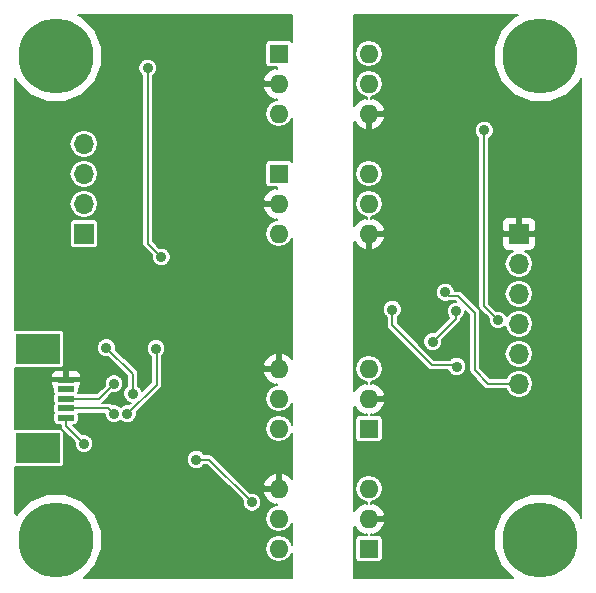
<source format=gbl>
G04 #@! TF.FileFunction,Copper,L2,Bot,Signal*
%FSLAX46Y46*%
G04 Gerber Fmt 4.6, Leading zero omitted, Abs format (unit mm)*
G04 Created by KiCad (PCBNEW (after 2015-mar-04 BZR unknown)-product) date 3/7/2017 4:59:06 PM*
%MOMM*%
G01*
G04 APERTURE LIST*
%ADD10C,0.150000*%
%ADD11C,6.350000*%
%ADD12R,3.799840X2.499360*%
%ADD13R,1.399540X0.500380*%
%ADD14R,1.700000X1.700000*%
%ADD15O,1.700000X1.700000*%
%ADD16R,1.600000X1.600000*%
%ADD17O,1.600000X1.600000*%
%ADD18C,0.889000*%
%ADD19C,0.203200*%
G04 APERTURE END LIST*
D10*
D11*
X4000000Y-4000000D03*
X45000000Y-4000000D03*
X4000000Y-45000000D03*
X45000000Y-45000000D03*
D12*
X2430780Y-28818840D03*
X2430780Y-37221160D03*
D13*
X4831080Y-31419800D03*
X4831080Y-32219900D03*
X4831080Y-34620200D03*
X4831080Y-33820100D03*
X4831080Y-33020000D03*
D14*
X43180000Y-19050000D03*
D15*
X43180000Y-21590000D03*
X43180000Y-24130000D03*
X43180000Y-26670000D03*
X43180000Y-29210000D03*
X43180000Y-31750000D03*
D14*
X6350000Y-19050000D03*
D15*
X6350000Y-16510000D03*
X6350000Y-13970000D03*
X6350000Y-11430000D03*
D16*
X30480000Y-35560000D03*
D17*
X22860000Y-30480000D03*
X30480000Y-33020000D03*
X22860000Y-33020000D03*
X30480000Y-30480000D03*
X22860000Y-35560000D03*
D16*
X22860000Y-3810000D03*
D17*
X30480000Y-8890000D03*
X22860000Y-6350000D03*
X30480000Y-6350000D03*
X22860000Y-8890000D03*
X30480000Y-3810000D03*
D16*
X30480000Y-45720000D03*
D17*
X22860000Y-40640000D03*
X30480000Y-43180000D03*
X22860000Y-43180000D03*
X30480000Y-40640000D03*
X22860000Y-45720000D03*
D16*
X22860000Y-13970000D03*
D17*
X30480000Y-19050000D03*
X22860000Y-16510000D03*
X30480000Y-16510000D03*
X22860000Y-19050000D03*
X30480000Y-13970000D03*
D18*
X6350000Y-36830000D03*
X11747500Y-37020500D03*
X17843500Y-36893500D03*
X14033500Y-40640000D03*
X17653000Y-47053500D03*
X11049000Y-28829000D03*
X2540000Y-31750000D03*
X12446000Y-28765500D03*
X10033000Y-34290000D03*
X8890000Y-34290000D03*
X8890000Y-31750000D03*
X36957000Y-24003000D03*
X10477500Y-32575500D03*
X8255000Y-28702000D03*
X11747500Y-5016500D03*
X12890500Y-21018500D03*
X40259000Y-10287000D03*
X41402000Y-26352500D03*
X15875000Y-38163500D03*
X20574000Y-41783000D03*
X37846000Y-2286000D03*
X37719000Y-12446000D03*
X34290000Y-31496000D03*
X32448500Y-25463500D03*
X37909500Y-30289500D03*
X37846000Y-25590500D03*
X35877500Y-28194000D03*
D19*
X4831080Y-34620200D02*
X4831080Y-35311080D01*
X4831080Y-35311080D02*
X6350000Y-36830000D01*
X2870200Y-31419800D02*
X4831080Y-31419800D01*
X2540000Y-31750000D02*
X2870200Y-31419800D01*
X12509500Y-28829000D02*
X12446000Y-28765500D01*
X12509500Y-31813500D02*
X12509500Y-28829000D01*
X10033000Y-34290000D02*
X12509500Y-31813500D01*
X4831080Y-33820100D02*
X8420100Y-33820100D01*
X8420100Y-33820100D02*
X8890000Y-34290000D01*
X4831080Y-33020000D02*
X7620000Y-33020000D01*
X7620000Y-33020000D02*
X8890000Y-31750000D01*
X40576500Y-31750000D02*
X43180000Y-31750000D01*
X39433500Y-30607000D02*
X40576500Y-31750000D01*
X39433500Y-25717500D02*
X39433500Y-30607000D01*
X38036500Y-24320500D02*
X39433500Y-25717500D01*
X37274500Y-24320500D02*
X38036500Y-24320500D01*
X36957000Y-24003000D02*
X37274500Y-24320500D01*
X10477500Y-30924500D02*
X10477500Y-32575500D01*
X8255000Y-28702000D02*
X10477500Y-30924500D01*
X11747500Y-19875500D02*
X11747500Y-5016500D01*
X12890500Y-21018500D02*
X11747500Y-19875500D01*
X40195500Y-10350500D02*
X40259000Y-10287000D01*
X40195500Y-25146000D02*
X40195500Y-10350500D01*
X41402000Y-26352500D02*
X40195500Y-25146000D01*
X16954500Y-38163500D02*
X15875000Y-38163500D01*
X20574000Y-41783000D02*
X16954500Y-38163500D01*
X32448500Y-26797000D02*
X32448500Y-25463500D01*
X35814000Y-30162500D02*
X32448500Y-26797000D01*
X37782500Y-30162500D02*
X35814000Y-30162500D01*
X37909500Y-30289500D02*
X37782500Y-30162500D01*
X37846000Y-26225500D02*
X37846000Y-25590500D01*
X35877500Y-28194000D02*
X37846000Y-26225500D01*
G36*
X23968400Y-48168400D02*
X21374239Y-48168400D01*
X21374239Y-41624548D01*
X21252687Y-41330372D01*
X21027812Y-41105104D01*
X20733848Y-40983039D01*
X20420343Y-40982765D01*
X17277789Y-37840211D01*
X17129463Y-37741102D01*
X16954500Y-37706300D01*
X16549122Y-37706300D01*
X16328812Y-37485604D01*
X16034848Y-37363539D01*
X15716548Y-37363261D01*
X15422372Y-37484813D01*
X15197104Y-37709688D01*
X15075039Y-38003652D01*
X15074761Y-38321952D01*
X15196313Y-38616128D01*
X15421188Y-38841396D01*
X15715152Y-38963461D01*
X16033452Y-38963739D01*
X16327628Y-38842187D01*
X16549502Y-38620700D01*
X16765122Y-38620700D01*
X19774033Y-41629611D01*
X19773761Y-41941452D01*
X19895313Y-42235628D01*
X20120188Y-42460896D01*
X20414152Y-42582961D01*
X20732452Y-42583239D01*
X21026628Y-42461687D01*
X21251896Y-42236812D01*
X21373961Y-41942848D01*
X21374239Y-41624548D01*
X21374239Y-48168400D01*
X13690739Y-48168400D01*
X13690739Y-20860048D01*
X13569187Y-20565872D01*
X13344312Y-20340604D01*
X13050348Y-20218539D01*
X12736843Y-20218265D01*
X12204700Y-19686122D01*
X12204700Y-5690622D01*
X12425396Y-5470312D01*
X12547461Y-5176348D01*
X12547739Y-4858048D01*
X12426187Y-4563872D01*
X12201312Y-4338604D01*
X11907348Y-4216539D01*
X11589048Y-4216261D01*
X11294872Y-4337813D01*
X11069604Y-4562688D01*
X10947539Y-4856652D01*
X10947261Y-5174952D01*
X11068813Y-5469128D01*
X11290300Y-5691002D01*
X11290300Y-19875500D01*
X11325102Y-20050463D01*
X11424211Y-20198789D01*
X12090533Y-20865111D01*
X12090261Y-21176952D01*
X12211813Y-21471128D01*
X12436688Y-21696396D01*
X12730652Y-21818461D01*
X13048952Y-21818739D01*
X13343128Y-21697187D01*
X13568396Y-21472312D01*
X13690461Y-21178348D01*
X13690739Y-20860048D01*
X13690739Y-48168400D01*
X13246239Y-48168400D01*
X13246239Y-28607048D01*
X13124687Y-28312872D01*
X12899812Y-28087604D01*
X12605848Y-27965539D01*
X12287548Y-27965261D01*
X11993372Y-28086813D01*
X11768104Y-28311688D01*
X11646039Y-28605652D01*
X11645761Y-28923952D01*
X11767313Y-29218128D01*
X11992188Y-29443396D01*
X12052300Y-29468356D01*
X12052300Y-31624122D01*
X11272369Y-32404052D01*
X11156187Y-32122872D01*
X10934700Y-31900997D01*
X10934700Y-30924500D01*
X10899898Y-30749537D01*
X10800789Y-30601211D01*
X9054966Y-28855388D01*
X9055239Y-28543548D01*
X8933687Y-28249372D01*
X8708812Y-28024104D01*
X8414848Y-27902039D01*
X8096548Y-27901761D01*
X7802372Y-28023313D01*
X7579219Y-28246076D01*
X7579219Y-16510000D01*
X7579219Y-13970000D01*
X7579219Y-11430000D01*
X7487448Y-10968637D01*
X7226107Y-10577512D01*
X6834982Y-10316171D01*
X6373619Y-10224400D01*
X6326381Y-10224400D01*
X5865018Y-10316171D01*
X5473893Y-10577512D01*
X5212552Y-10968637D01*
X5120781Y-11430000D01*
X5212552Y-11891363D01*
X5473893Y-12282488D01*
X5865018Y-12543829D01*
X6326381Y-12635600D01*
X6373619Y-12635600D01*
X6834982Y-12543829D01*
X7226107Y-12282488D01*
X7487448Y-11891363D01*
X7579219Y-11430000D01*
X7579219Y-13970000D01*
X7487448Y-13508637D01*
X7226107Y-13117512D01*
X6834982Y-12856171D01*
X6373619Y-12764400D01*
X6326381Y-12764400D01*
X5865018Y-12856171D01*
X5473893Y-13117512D01*
X5212552Y-13508637D01*
X5120781Y-13970000D01*
X5212552Y-14431363D01*
X5473893Y-14822488D01*
X5865018Y-15083829D01*
X6326381Y-15175600D01*
X6373619Y-15175600D01*
X6834982Y-15083829D01*
X7226107Y-14822488D01*
X7487448Y-14431363D01*
X7579219Y-13970000D01*
X7579219Y-16510000D01*
X7487448Y-16048637D01*
X7226107Y-15657512D01*
X6834982Y-15396171D01*
X6373619Y-15304400D01*
X6326381Y-15304400D01*
X5865018Y-15396171D01*
X5473893Y-15657512D01*
X5212552Y-16048637D01*
X5120781Y-16510000D01*
X5212552Y-16971363D01*
X5473893Y-17362488D01*
X5865018Y-17623829D01*
X6326381Y-17715600D01*
X6373619Y-17715600D01*
X6834982Y-17623829D01*
X7226107Y-17362488D01*
X7487448Y-16971363D01*
X7579219Y-16510000D01*
X7579219Y-28246076D01*
X7577104Y-28248188D01*
X7562567Y-28283196D01*
X7562567Y-19900000D01*
X7562567Y-18200000D01*
X7536259Y-18064411D01*
X7457977Y-17945241D01*
X7339799Y-17865469D01*
X7200000Y-17837433D01*
X5500000Y-17837433D01*
X5364411Y-17863741D01*
X5245241Y-17942023D01*
X5165469Y-18060201D01*
X5137433Y-18200000D01*
X5137433Y-19900000D01*
X5163741Y-20035589D01*
X5242023Y-20154759D01*
X5360201Y-20234531D01*
X5500000Y-20262567D01*
X7200000Y-20262567D01*
X7335589Y-20236259D01*
X7454759Y-20157977D01*
X7534531Y-20039799D01*
X7562567Y-19900000D01*
X7562567Y-28283196D01*
X7455039Y-28542152D01*
X7454761Y-28860452D01*
X7576313Y-29154628D01*
X7801188Y-29379896D01*
X8095152Y-29501961D01*
X8408656Y-29502234D01*
X10020300Y-31113878D01*
X10020300Y-31901377D01*
X9799604Y-32121688D01*
X9677539Y-32415652D01*
X9677261Y-32733952D01*
X9798813Y-33028128D01*
X10023688Y-33253396D01*
X10305858Y-33370563D01*
X10186388Y-33490033D01*
X9874548Y-33489761D01*
X9580372Y-33611313D01*
X9461489Y-33729987D01*
X9343812Y-33612104D01*
X9049848Y-33490039D01*
X8732839Y-33489762D01*
X8595063Y-33397702D01*
X8420100Y-33362900D01*
X7913939Y-33362900D01*
X7943289Y-33343289D01*
X8736611Y-32549966D01*
X9048452Y-32550239D01*
X9342628Y-32428687D01*
X9567896Y-32203812D01*
X9689961Y-31909848D01*
X9690239Y-31591548D01*
X9568687Y-31297372D01*
X9343812Y-31072104D01*
X9049848Y-30950039D01*
X8731548Y-30949761D01*
X8437372Y-31071313D01*
X8212104Y-31296188D01*
X8090039Y-31590152D01*
X8089765Y-31903656D01*
X7430622Y-32562800D01*
X5874824Y-32562800D01*
X5893417Y-32470090D01*
X5893417Y-32169528D01*
X6047644Y-32015301D01*
X6140450Y-31791247D01*
X6140450Y-31697295D01*
X6140450Y-31142305D01*
X6140450Y-31048353D01*
X6047644Y-30824299D01*
X5876161Y-30652816D01*
X5652107Y-30560010D01*
X5409593Y-30560010D01*
X5135880Y-30560010D01*
X4983480Y-30712410D01*
X4983480Y-31294705D01*
X5988050Y-31294705D01*
X6140450Y-31142305D01*
X6140450Y-31697295D01*
X5988050Y-31544895D01*
X4983480Y-31544895D01*
X4983480Y-31592200D01*
X4678680Y-31592200D01*
X4678680Y-31544895D01*
X4678680Y-31294705D01*
X4678680Y-30712410D01*
X4526280Y-30560010D01*
X4252567Y-30560010D01*
X4010053Y-30560010D01*
X3785999Y-30652816D01*
X3614516Y-30824299D01*
X3521710Y-31048353D01*
X3521710Y-31142305D01*
X3674110Y-31294705D01*
X4678680Y-31294705D01*
X4678680Y-31544895D01*
X3674110Y-31544895D01*
X3521710Y-31697295D01*
X3521710Y-31791247D01*
X3614516Y-32015301D01*
X3768743Y-32169528D01*
X3768743Y-32470090D01*
X3795051Y-32605679D01*
X3804003Y-32619307D01*
X3796779Y-32630011D01*
X3768743Y-32769810D01*
X3768743Y-33270190D01*
X3795051Y-33405779D01*
X3804003Y-33419407D01*
X3796779Y-33430111D01*
X3768743Y-33569910D01*
X3768743Y-34070290D01*
X3795051Y-34205879D01*
X3804003Y-34219507D01*
X3796779Y-34230211D01*
X3768743Y-34370010D01*
X3768743Y-34870390D01*
X3795051Y-35005979D01*
X3873333Y-35125149D01*
X3991511Y-35204921D01*
X4131310Y-35232957D01*
X4373880Y-35232957D01*
X4373880Y-35311080D01*
X4408682Y-35486043D01*
X4507791Y-35634369D01*
X5550033Y-36676611D01*
X5549761Y-36988452D01*
X5671313Y-37282628D01*
X5896188Y-37507896D01*
X6190152Y-37629961D01*
X6508452Y-37630239D01*
X6802628Y-37508687D01*
X7027896Y-37283812D01*
X7149961Y-36989848D01*
X7150239Y-36671548D01*
X7028687Y-36377372D01*
X6803812Y-36152104D01*
X6509848Y-36030039D01*
X6196343Y-36029765D01*
X5399535Y-35232957D01*
X5530850Y-35232957D01*
X5666439Y-35206649D01*
X5785609Y-35128367D01*
X5865381Y-35010189D01*
X5893417Y-34870390D01*
X5893417Y-34370010D01*
X5875428Y-34277300D01*
X8089910Y-34277300D01*
X8089761Y-34448452D01*
X8211313Y-34742628D01*
X8436188Y-34967896D01*
X8730152Y-35089961D01*
X9048452Y-35090239D01*
X9342628Y-34968687D01*
X9461510Y-34850012D01*
X9579188Y-34967896D01*
X9873152Y-35089961D01*
X10191452Y-35090239D01*
X10485628Y-34968687D01*
X10710896Y-34743812D01*
X10832961Y-34449848D01*
X10833234Y-34136343D01*
X12832789Y-32136789D01*
X12931898Y-31988463D01*
X12966700Y-31813500D01*
X12966700Y-29376233D01*
X13123896Y-29219312D01*
X13245961Y-28925348D01*
X13246239Y-28607048D01*
X13246239Y-48168400D01*
X6362737Y-48168400D01*
X7314160Y-47218637D01*
X7910920Y-45781479D01*
X7912278Y-44225348D01*
X7318027Y-42787151D01*
X6218637Y-41685840D01*
X4781479Y-41089080D01*
X3225348Y-41087722D01*
X1787151Y-41681973D01*
X685840Y-42781363D01*
X640629Y-42890241D01*
X546100Y-42732691D01*
X546100Y-38833407D01*
X4330700Y-38833407D01*
X4466289Y-38807099D01*
X4585459Y-38728817D01*
X4665231Y-38610639D01*
X4693267Y-38470840D01*
X4693267Y-35971480D01*
X4666959Y-35835891D01*
X4588677Y-35716721D01*
X4470499Y-35636949D01*
X4330700Y-35608913D01*
X546100Y-35608913D01*
X546100Y-30431087D01*
X4330700Y-30431087D01*
X4466289Y-30404779D01*
X4585459Y-30326497D01*
X4665231Y-30208319D01*
X4693267Y-30068520D01*
X4693267Y-27569160D01*
X4666959Y-27433571D01*
X4588677Y-27314401D01*
X4470499Y-27234629D01*
X4330700Y-27206593D01*
X546100Y-27206593D01*
X546100Y-5884011D01*
X681973Y-6212849D01*
X1781363Y-7314160D01*
X3218521Y-7910920D01*
X4774652Y-7912278D01*
X6212849Y-7318027D01*
X7314160Y-6218637D01*
X7910920Y-4781479D01*
X7912278Y-3225348D01*
X7318027Y-1787151D01*
X6218637Y-685840D01*
X5882105Y-546100D01*
X23968400Y-546100D01*
X23968400Y-2832000D01*
X23917977Y-2755241D01*
X23799799Y-2675469D01*
X23660000Y-2647433D01*
X22060000Y-2647433D01*
X21924411Y-2673741D01*
X21805241Y-2752023D01*
X21725469Y-2870201D01*
X21697433Y-3010000D01*
X21697433Y-4610000D01*
X21723741Y-4745589D01*
X21802023Y-4864759D01*
X21920201Y-4944531D01*
X22060000Y-4972567D01*
X22707598Y-4972567D01*
X22707598Y-5101048D01*
X22490257Y-4989744D01*
X21997855Y-5234782D01*
X21636706Y-5649602D01*
X21499756Y-5980259D01*
X21612071Y-6197600D01*
X22707600Y-6197600D01*
X22707600Y-6177600D01*
X23012400Y-6177600D01*
X23012400Y-6197600D01*
X23032400Y-6197600D01*
X23032400Y-6502400D01*
X23012400Y-6502400D01*
X23012400Y-6522400D01*
X22707600Y-6522400D01*
X22707600Y-6502400D01*
X21612071Y-6502400D01*
X21499756Y-6719741D01*
X21636706Y-7050398D01*
X21997855Y-7465218D01*
X22490257Y-7710256D01*
X22707598Y-7598951D01*
X22707598Y-7759600D01*
X22707600Y-7759600D01*
X22710666Y-7759600D01*
X22707600Y-7760210D01*
X22395131Y-7822365D01*
X22020227Y-8072867D01*
X21769725Y-8447771D01*
X21681760Y-8890000D01*
X21769725Y-9332229D01*
X22020227Y-9707133D01*
X22395131Y-9957635D01*
X22837360Y-10045600D01*
X22882640Y-10045600D01*
X23324869Y-9957635D01*
X23699773Y-9707133D01*
X23950275Y-9332229D01*
X23968400Y-9241108D01*
X23968400Y-12992000D01*
X23917977Y-12915241D01*
X23799799Y-12835469D01*
X23660000Y-12807433D01*
X22060000Y-12807433D01*
X21924411Y-12833741D01*
X21805241Y-12912023D01*
X21725469Y-13030201D01*
X21697433Y-13170000D01*
X21697433Y-14770000D01*
X21723741Y-14905589D01*
X21802023Y-15024759D01*
X21920201Y-15104531D01*
X22060000Y-15132567D01*
X22707598Y-15132567D01*
X22707598Y-15261048D01*
X22490257Y-15149744D01*
X21997855Y-15394782D01*
X21636706Y-15809602D01*
X21499756Y-16140259D01*
X21612071Y-16357600D01*
X22707600Y-16357600D01*
X22707600Y-16337600D01*
X23012400Y-16337600D01*
X23012400Y-16357600D01*
X23032400Y-16357600D01*
X23032400Y-16662400D01*
X23012400Y-16662400D01*
X23012400Y-16682400D01*
X22707600Y-16682400D01*
X22707600Y-16662400D01*
X21612071Y-16662400D01*
X21499756Y-16879741D01*
X21636706Y-17210398D01*
X21997855Y-17625218D01*
X22490257Y-17870256D01*
X22707598Y-17758951D01*
X22707598Y-17919600D01*
X22707600Y-17919600D01*
X22710666Y-17919600D01*
X22707600Y-17920210D01*
X22395131Y-17982365D01*
X22020227Y-18232867D01*
X21769725Y-18607771D01*
X21681760Y-19050000D01*
X21769725Y-19492229D01*
X22020227Y-19867133D01*
X22395131Y-20117635D01*
X22837360Y-20205600D01*
X22882640Y-20205600D01*
X23324869Y-20117635D01*
X23699773Y-19867133D01*
X23950275Y-19492229D01*
X23968400Y-19401108D01*
X23968400Y-29647633D01*
X23722145Y-29364782D01*
X23229743Y-29119744D01*
X23012400Y-29231050D01*
X23012400Y-30327600D01*
X23032400Y-30327600D01*
X23032400Y-30632400D01*
X23012400Y-30632400D01*
X23012400Y-30652400D01*
X22707600Y-30652400D01*
X22707600Y-30632400D01*
X22707600Y-30327600D01*
X22707600Y-29231050D01*
X22490257Y-29119744D01*
X21997855Y-29364782D01*
X21636706Y-29779602D01*
X21499756Y-30110259D01*
X21612071Y-30327600D01*
X22707600Y-30327600D01*
X22707600Y-30632400D01*
X21612071Y-30632400D01*
X21499756Y-30849741D01*
X21636706Y-31180398D01*
X21997855Y-31595218D01*
X22490257Y-31840256D01*
X22707598Y-31728951D01*
X22707598Y-31889600D01*
X22707600Y-31889600D01*
X22710666Y-31889600D01*
X22707600Y-31890210D01*
X22395131Y-31952365D01*
X22020227Y-32202867D01*
X21769725Y-32577771D01*
X21681760Y-33020000D01*
X21769725Y-33462229D01*
X22020227Y-33837133D01*
X22395131Y-34087635D01*
X22837360Y-34175600D01*
X22882640Y-34175600D01*
X23324869Y-34087635D01*
X23699773Y-33837133D01*
X23950275Y-33462229D01*
X23968400Y-33371108D01*
X23968400Y-35208891D01*
X23950275Y-35117771D01*
X23699773Y-34742867D01*
X23324869Y-34492365D01*
X22882640Y-34404400D01*
X22837360Y-34404400D01*
X22395131Y-34492365D01*
X22020227Y-34742867D01*
X21769725Y-35117771D01*
X21681760Y-35560000D01*
X21769725Y-36002229D01*
X22020227Y-36377133D01*
X22395131Y-36627635D01*
X22837360Y-36715600D01*
X22882640Y-36715600D01*
X23324869Y-36627635D01*
X23699773Y-36377133D01*
X23950275Y-36002229D01*
X23968400Y-35911108D01*
X23968400Y-39807633D01*
X23722145Y-39524782D01*
X23229743Y-39279744D01*
X23012400Y-39391050D01*
X23012400Y-40487600D01*
X23032400Y-40487600D01*
X23032400Y-40792400D01*
X23012400Y-40792400D01*
X23012400Y-40812400D01*
X22707600Y-40812400D01*
X22707600Y-40792400D01*
X22707600Y-40487600D01*
X22707600Y-39391050D01*
X22490257Y-39279744D01*
X21997855Y-39524782D01*
X21636706Y-39939602D01*
X21499756Y-40270259D01*
X21612071Y-40487600D01*
X22707600Y-40487600D01*
X22707600Y-40792400D01*
X21612071Y-40792400D01*
X21499756Y-41009741D01*
X21636706Y-41340398D01*
X21997855Y-41755218D01*
X22490257Y-42000256D01*
X22707598Y-41888951D01*
X22707598Y-42049600D01*
X22707600Y-42049600D01*
X22710666Y-42049600D01*
X22707600Y-42050210D01*
X22395131Y-42112365D01*
X22020227Y-42362867D01*
X21769725Y-42737771D01*
X21681760Y-43180000D01*
X21769725Y-43622229D01*
X22020227Y-43997133D01*
X22395131Y-44247635D01*
X22837360Y-44335600D01*
X22882640Y-44335600D01*
X23324869Y-44247635D01*
X23699773Y-43997133D01*
X23950275Y-43622229D01*
X23968400Y-43531108D01*
X23968400Y-45368891D01*
X23950275Y-45277771D01*
X23699773Y-44902867D01*
X23324869Y-44652365D01*
X22882640Y-44564400D01*
X22837360Y-44564400D01*
X22395131Y-44652365D01*
X22020227Y-44902867D01*
X21769725Y-45277771D01*
X21681760Y-45720000D01*
X21769725Y-46162229D01*
X22020227Y-46537133D01*
X22395131Y-46787635D01*
X22837360Y-46875600D01*
X22882640Y-46875600D01*
X23324869Y-46787635D01*
X23699773Y-46537133D01*
X23950275Y-46162229D01*
X23968400Y-46071108D01*
X23968400Y-48168400D01*
X23968400Y-48168400D01*
G37*
X23968400Y-48168400D02*
X21374239Y-48168400D01*
X21374239Y-41624548D01*
X21252687Y-41330372D01*
X21027812Y-41105104D01*
X20733848Y-40983039D01*
X20420343Y-40982765D01*
X17277789Y-37840211D01*
X17129463Y-37741102D01*
X16954500Y-37706300D01*
X16549122Y-37706300D01*
X16328812Y-37485604D01*
X16034848Y-37363539D01*
X15716548Y-37363261D01*
X15422372Y-37484813D01*
X15197104Y-37709688D01*
X15075039Y-38003652D01*
X15074761Y-38321952D01*
X15196313Y-38616128D01*
X15421188Y-38841396D01*
X15715152Y-38963461D01*
X16033452Y-38963739D01*
X16327628Y-38842187D01*
X16549502Y-38620700D01*
X16765122Y-38620700D01*
X19774033Y-41629611D01*
X19773761Y-41941452D01*
X19895313Y-42235628D01*
X20120188Y-42460896D01*
X20414152Y-42582961D01*
X20732452Y-42583239D01*
X21026628Y-42461687D01*
X21251896Y-42236812D01*
X21373961Y-41942848D01*
X21374239Y-41624548D01*
X21374239Y-48168400D01*
X13690739Y-48168400D01*
X13690739Y-20860048D01*
X13569187Y-20565872D01*
X13344312Y-20340604D01*
X13050348Y-20218539D01*
X12736843Y-20218265D01*
X12204700Y-19686122D01*
X12204700Y-5690622D01*
X12425396Y-5470312D01*
X12547461Y-5176348D01*
X12547739Y-4858048D01*
X12426187Y-4563872D01*
X12201312Y-4338604D01*
X11907348Y-4216539D01*
X11589048Y-4216261D01*
X11294872Y-4337813D01*
X11069604Y-4562688D01*
X10947539Y-4856652D01*
X10947261Y-5174952D01*
X11068813Y-5469128D01*
X11290300Y-5691002D01*
X11290300Y-19875500D01*
X11325102Y-20050463D01*
X11424211Y-20198789D01*
X12090533Y-20865111D01*
X12090261Y-21176952D01*
X12211813Y-21471128D01*
X12436688Y-21696396D01*
X12730652Y-21818461D01*
X13048952Y-21818739D01*
X13343128Y-21697187D01*
X13568396Y-21472312D01*
X13690461Y-21178348D01*
X13690739Y-20860048D01*
X13690739Y-48168400D01*
X13246239Y-48168400D01*
X13246239Y-28607048D01*
X13124687Y-28312872D01*
X12899812Y-28087604D01*
X12605848Y-27965539D01*
X12287548Y-27965261D01*
X11993372Y-28086813D01*
X11768104Y-28311688D01*
X11646039Y-28605652D01*
X11645761Y-28923952D01*
X11767313Y-29218128D01*
X11992188Y-29443396D01*
X12052300Y-29468356D01*
X12052300Y-31624122D01*
X11272369Y-32404052D01*
X11156187Y-32122872D01*
X10934700Y-31900997D01*
X10934700Y-30924500D01*
X10899898Y-30749537D01*
X10800789Y-30601211D01*
X9054966Y-28855388D01*
X9055239Y-28543548D01*
X8933687Y-28249372D01*
X8708812Y-28024104D01*
X8414848Y-27902039D01*
X8096548Y-27901761D01*
X7802372Y-28023313D01*
X7579219Y-28246076D01*
X7579219Y-16510000D01*
X7579219Y-13970000D01*
X7579219Y-11430000D01*
X7487448Y-10968637D01*
X7226107Y-10577512D01*
X6834982Y-10316171D01*
X6373619Y-10224400D01*
X6326381Y-10224400D01*
X5865018Y-10316171D01*
X5473893Y-10577512D01*
X5212552Y-10968637D01*
X5120781Y-11430000D01*
X5212552Y-11891363D01*
X5473893Y-12282488D01*
X5865018Y-12543829D01*
X6326381Y-12635600D01*
X6373619Y-12635600D01*
X6834982Y-12543829D01*
X7226107Y-12282488D01*
X7487448Y-11891363D01*
X7579219Y-11430000D01*
X7579219Y-13970000D01*
X7487448Y-13508637D01*
X7226107Y-13117512D01*
X6834982Y-12856171D01*
X6373619Y-12764400D01*
X6326381Y-12764400D01*
X5865018Y-12856171D01*
X5473893Y-13117512D01*
X5212552Y-13508637D01*
X5120781Y-13970000D01*
X5212552Y-14431363D01*
X5473893Y-14822488D01*
X5865018Y-15083829D01*
X6326381Y-15175600D01*
X6373619Y-15175600D01*
X6834982Y-15083829D01*
X7226107Y-14822488D01*
X7487448Y-14431363D01*
X7579219Y-13970000D01*
X7579219Y-16510000D01*
X7487448Y-16048637D01*
X7226107Y-15657512D01*
X6834982Y-15396171D01*
X6373619Y-15304400D01*
X6326381Y-15304400D01*
X5865018Y-15396171D01*
X5473893Y-15657512D01*
X5212552Y-16048637D01*
X5120781Y-16510000D01*
X5212552Y-16971363D01*
X5473893Y-17362488D01*
X5865018Y-17623829D01*
X6326381Y-17715600D01*
X6373619Y-17715600D01*
X6834982Y-17623829D01*
X7226107Y-17362488D01*
X7487448Y-16971363D01*
X7579219Y-16510000D01*
X7579219Y-28246076D01*
X7577104Y-28248188D01*
X7562567Y-28283196D01*
X7562567Y-19900000D01*
X7562567Y-18200000D01*
X7536259Y-18064411D01*
X7457977Y-17945241D01*
X7339799Y-17865469D01*
X7200000Y-17837433D01*
X5500000Y-17837433D01*
X5364411Y-17863741D01*
X5245241Y-17942023D01*
X5165469Y-18060201D01*
X5137433Y-18200000D01*
X5137433Y-19900000D01*
X5163741Y-20035589D01*
X5242023Y-20154759D01*
X5360201Y-20234531D01*
X5500000Y-20262567D01*
X7200000Y-20262567D01*
X7335589Y-20236259D01*
X7454759Y-20157977D01*
X7534531Y-20039799D01*
X7562567Y-19900000D01*
X7562567Y-28283196D01*
X7455039Y-28542152D01*
X7454761Y-28860452D01*
X7576313Y-29154628D01*
X7801188Y-29379896D01*
X8095152Y-29501961D01*
X8408656Y-29502234D01*
X10020300Y-31113878D01*
X10020300Y-31901377D01*
X9799604Y-32121688D01*
X9677539Y-32415652D01*
X9677261Y-32733952D01*
X9798813Y-33028128D01*
X10023688Y-33253396D01*
X10305858Y-33370563D01*
X10186388Y-33490033D01*
X9874548Y-33489761D01*
X9580372Y-33611313D01*
X9461489Y-33729987D01*
X9343812Y-33612104D01*
X9049848Y-33490039D01*
X8732839Y-33489762D01*
X8595063Y-33397702D01*
X8420100Y-33362900D01*
X7913939Y-33362900D01*
X7943289Y-33343289D01*
X8736611Y-32549966D01*
X9048452Y-32550239D01*
X9342628Y-32428687D01*
X9567896Y-32203812D01*
X9689961Y-31909848D01*
X9690239Y-31591548D01*
X9568687Y-31297372D01*
X9343812Y-31072104D01*
X9049848Y-30950039D01*
X8731548Y-30949761D01*
X8437372Y-31071313D01*
X8212104Y-31296188D01*
X8090039Y-31590152D01*
X8089765Y-31903656D01*
X7430622Y-32562800D01*
X5874824Y-32562800D01*
X5893417Y-32470090D01*
X5893417Y-32169528D01*
X6047644Y-32015301D01*
X6140450Y-31791247D01*
X6140450Y-31697295D01*
X6140450Y-31142305D01*
X6140450Y-31048353D01*
X6047644Y-30824299D01*
X5876161Y-30652816D01*
X5652107Y-30560010D01*
X5409593Y-30560010D01*
X5135880Y-30560010D01*
X4983480Y-30712410D01*
X4983480Y-31294705D01*
X5988050Y-31294705D01*
X6140450Y-31142305D01*
X6140450Y-31697295D01*
X5988050Y-31544895D01*
X4983480Y-31544895D01*
X4983480Y-31592200D01*
X4678680Y-31592200D01*
X4678680Y-31544895D01*
X4678680Y-31294705D01*
X4678680Y-30712410D01*
X4526280Y-30560010D01*
X4252567Y-30560010D01*
X4010053Y-30560010D01*
X3785999Y-30652816D01*
X3614516Y-30824299D01*
X3521710Y-31048353D01*
X3521710Y-31142305D01*
X3674110Y-31294705D01*
X4678680Y-31294705D01*
X4678680Y-31544895D01*
X3674110Y-31544895D01*
X3521710Y-31697295D01*
X3521710Y-31791247D01*
X3614516Y-32015301D01*
X3768743Y-32169528D01*
X3768743Y-32470090D01*
X3795051Y-32605679D01*
X3804003Y-32619307D01*
X3796779Y-32630011D01*
X3768743Y-32769810D01*
X3768743Y-33270190D01*
X3795051Y-33405779D01*
X3804003Y-33419407D01*
X3796779Y-33430111D01*
X3768743Y-33569910D01*
X3768743Y-34070290D01*
X3795051Y-34205879D01*
X3804003Y-34219507D01*
X3796779Y-34230211D01*
X3768743Y-34370010D01*
X3768743Y-34870390D01*
X3795051Y-35005979D01*
X3873333Y-35125149D01*
X3991511Y-35204921D01*
X4131310Y-35232957D01*
X4373880Y-35232957D01*
X4373880Y-35311080D01*
X4408682Y-35486043D01*
X4507791Y-35634369D01*
X5550033Y-36676611D01*
X5549761Y-36988452D01*
X5671313Y-37282628D01*
X5896188Y-37507896D01*
X6190152Y-37629961D01*
X6508452Y-37630239D01*
X6802628Y-37508687D01*
X7027896Y-37283812D01*
X7149961Y-36989848D01*
X7150239Y-36671548D01*
X7028687Y-36377372D01*
X6803812Y-36152104D01*
X6509848Y-36030039D01*
X6196343Y-36029765D01*
X5399535Y-35232957D01*
X5530850Y-35232957D01*
X5666439Y-35206649D01*
X5785609Y-35128367D01*
X5865381Y-35010189D01*
X5893417Y-34870390D01*
X5893417Y-34370010D01*
X5875428Y-34277300D01*
X8089910Y-34277300D01*
X8089761Y-34448452D01*
X8211313Y-34742628D01*
X8436188Y-34967896D01*
X8730152Y-35089961D01*
X9048452Y-35090239D01*
X9342628Y-34968687D01*
X9461510Y-34850012D01*
X9579188Y-34967896D01*
X9873152Y-35089961D01*
X10191452Y-35090239D01*
X10485628Y-34968687D01*
X10710896Y-34743812D01*
X10832961Y-34449848D01*
X10833234Y-34136343D01*
X12832789Y-32136789D01*
X12931898Y-31988463D01*
X12966700Y-31813500D01*
X12966700Y-29376233D01*
X13123896Y-29219312D01*
X13245961Y-28925348D01*
X13246239Y-28607048D01*
X13246239Y-48168400D01*
X6362737Y-48168400D01*
X7314160Y-47218637D01*
X7910920Y-45781479D01*
X7912278Y-44225348D01*
X7318027Y-42787151D01*
X6218637Y-41685840D01*
X4781479Y-41089080D01*
X3225348Y-41087722D01*
X1787151Y-41681973D01*
X685840Y-42781363D01*
X640629Y-42890241D01*
X546100Y-42732691D01*
X546100Y-38833407D01*
X4330700Y-38833407D01*
X4466289Y-38807099D01*
X4585459Y-38728817D01*
X4665231Y-38610639D01*
X4693267Y-38470840D01*
X4693267Y-35971480D01*
X4666959Y-35835891D01*
X4588677Y-35716721D01*
X4470499Y-35636949D01*
X4330700Y-35608913D01*
X546100Y-35608913D01*
X546100Y-30431087D01*
X4330700Y-30431087D01*
X4466289Y-30404779D01*
X4585459Y-30326497D01*
X4665231Y-30208319D01*
X4693267Y-30068520D01*
X4693267Y-27569160D01*
X4666959Y-27433571D01*
X4588677Y-27314401D01*
X4470499Y-27234629D01*
X4330700Y-27206593D01*
X546100Y-27206593D01*
X546100Y-5884011D01*
X681973Y-6212849D01*
X1781363Y-7314160D01*
X3218521Y-7910920D01*
X4774652Y-7912278D01*
X6212849Y-7318027D01*
X7314160Y-6218637D01*
X7910920Y-4781479D01*
X7912278Y-3225348D01*
X7318027Y-1787151D01*
X6218637Y-685840D01*
X5882105Y-546100D01*
X23968400Y-546100D01*
X23968400Y-2832000D01*
X23917977Y-2755241D01*
X23799799Y-2675469D01*
X23660000Y-2647433D01*
X22060000Y-2647433D01*
X21924411Y-2673741D01*
X21805241Y-2752023D01*
X21725469Y-2870201D01*
X21697433Y-3010000D01*
X21697433Y-4610000D01*
X21723741Y-4745589D01*
X21802023Y-4864759D01*
X21920201Y-4944531D01*
X22060000Y-4972567D01*
X22707598Y-4972567D01*
X22707598Y-5101048D01*
X22490257Y-4989744D01*
X21997855Y-5234782D01*
X21636706Y-5649602D01*
X21499756Y-5980259D01*
X21612071Y-6197600D01*
X22707600Y-6197600D01*
X22707600Y-6177600D01*
X23012400Y-6177600D01*
X23012400Y-6197600D01*
X23032400Y-6197600D01*
X23032400Y-6502400D01*
X23012400Y-6502400D01*
X23012400Y-6522400D01*
X22707600Y-6522400D01*
X22707600Y-6502400D01*
X21612071Y-6502400D01*
X21499756Y-6719741D01*
X21636706Y-7050398D01*
X21997855Y-7465218D01*
X22490257Y-7710256D01*
X22707598Y-7598951D01*
X22707598Y-7759600D01*
X22707600Y-7759600D01*
X22710666Y-7759600D01*
X22707600Y-7760210D01*
X22395131Y-7822365D01*
X22020227Y-8072867D01*
X21769725Y-8447771D01*
X21681760Y-8890000D01*
X21769725Y-9332229D01*
X22020227Y-9707133D01*
X22395131Y-9957635D01*
X22837360Y-10045600D01*
X22882640Y-10045600D01*
X23324869Y-9957635D01*
X23699773Y-9707133D01*
X23950275Y-9332229D01*
X23968400Y-9241108D01*
X23968400Y-12992000D01*
X23917977Y-12915241D01*
X23799799Y-12835469D01*
X23660000Y-12807433D01*
X22060000Y-12807433D01*
X21924411Y-12833741D01*
X21805241Y-12912023D01*
X21725469Y-13030201D01*
X21697433Y-13170000D01*
X21697433Y-14770000D01*
X21723741Y-14905589D01*
X21802023Y-15024759D01*
X21920201Y-15104531D01*
X22060000Y-15132567D01*
X22707598Y-15132567D01*
X22707598Y-15261048D01*
X22490257Y-15149744D01*
X21997855Y-15394782D01*
X21636706Y-15809602D01*
X21499756Y-16140259D01*
X21612071Y-16357600D01*
X22707600Y-16357600D01*
X22707600Y-16337600D01*
X23012400Y-16337600D01*
X23012400Y-16357600D01*
X23032400Y-16357600D01*
X23032400Y-16662400D01*
X23012400Y-16662400D01*
X23012400Y-16682400D01*
X22707600Y-16682400D01*
X22707600Y-16662400D01*
X21612071Y-16662400D01*
X21499756Y-16879741D01*
X21636706Y-17210398D01*
X21997855Y-17625218D01*
X22490257Y-17870256D01*
X22707598Y-17758951D01*
X22707598Y-17919600D01*
X22707600Y-17919600D01*
X22710666Y-17919600D01*
X22707600Y-17920210D01*
X22395131Y-17982365D01*
X22020227Y-18232867D01*
X21769725Y-18607771D01*
X21681760Y-19050000D01*
X21769725Y-19492229D01*
X22020227Y-19867133D01*
X22395131Y-20117635D01*
X22837360Y-20205600D01*
X22882640Y-20205600D01*
X23324869Y-20117635D01*
X23699773Y-19867133D01*
X23950275Y-19492229D01*
X23968400Y-19401108D01*
X23968400Y-29647633D01*
X23722145Y-29364782D01*
X23229743Y-29119744D01*
X23012400Y-29231050D01*
X23012400Y-30327600D01*
X23032400Y-30327600D01*
X23032400Y-30632400D01*
X23012400Y-30632400D01*
X23012400Y-30652400D01*
X22707600Y-30652400D01*
X22707600Y-30632400D01*
X22707600Y-30327600D01*
X22707600Y-29231050D01*
X22490257Y-29119744D01*
X21997855Y-29364782D01*
X21636706Y-29779602D01*
X21499756Y-30110259D01*
X21612071Y-30327600D01*
X22707600Y-30327600D01*
X22707600Y-30632400D01*
X21612071Y-30632400D01*
X21499756Y-30849741D01*
X21636706Y-31180398D01*
X21997855Y-31595218D01*
X22490257Y-31840256D01*
X22707598Y-31728951D01*
X22707598Y-31889600D01*
X22707600Y-31889600D01*
X22710666Y-31889600D01*
X22707600Y-31890210D01*
X22395131Y-31952365D01*
X22020227Y-32202867D01*
X21769725Y-32577771D01*
X21681760Y-33020000D01*
X21769725Y-33462229D01*
X22020227Y-33837133D01*
X22395131Y-34087635D01*
X22837360Y-34175600D01*
X22882640Y-34175600D01*
X23324869Y-34087635D01*
X23699773Y-33837133D01*
X23950275Y-33462229D01*
X23968400Y-33371108D01*
X23968400Y-35208891D01*
X23950275Y-35117771D01*
X23699773Y-34742867D01*
X23324869Y-34492365D01*
X22882640Y-34404400D01*
X22837360Y-34404400D01*
X22395131Y-34492365D01*
X22020227Y-34742867D01*
X21769725Y-35117771D01*
X21681760Y-35560000D01*
X21769725Y-36002229D01*
X22020227Y-36377133D01*
X22395131Y-36627635D01*
X22837360Y-36715600D01*
X22882640Y-36715600D01*
X23324869Y-36627635D01*
X23699773Y-36377133D01*
X23950275Y-36002229D01*
X23968400Y-35911108D01*
X23968400Y-39807633D01*
X23722145Y-39524782D01*
X23229743Y-39279744D01*
X23012400Y-39391050D01*
X23012400Y-40487600D01*
X23032400Y-40487600D01*
X23032400Y-40792400D01*
X23012400Y-40792400D01*
X23012400Y-40812400D01*
X22707600Y-40812400D01*
X22707600Y-40792400D01*
X22707600Y-40487600D01*
X22707600Y-39391050D01*
X22490257Y-39279744D01*
X21997855Y-39524782D01*
X21636706Y-39939602D01*
X21499756Y-40270259D01*
X21612071Y-40487600D01*
X22707600Y-40487600D01*
X22707600Y-40792400D01*
X21612071Y-40792400D01*
X21499756Y-41009741D01*
X21636706Y-41340398D01*
X21997855Y-41755218D01*
X22490257Y-42000256D01*
X22707598Y-41888951D01*
X22707598Y-42049600D01*
X22707600Y-42049600D01*
X22710666Y-42049600D01*
X22707600Y-42050210D01*
X22395131Y-42112365D01*
X22020227Y-42362867D01*
X21769725Y-42737771D01*
X21681760Y-43180000D01*
X21769725Y-43622229D01*
X22020227Y-43997133D01*
X22395131Y-44247635D01*
X22837360Y-44335600D01*
X22882640Y-44335600D01*
X23324869Y-44247635D01*
X23699773Y-43997133D01*
X23950275Y-43622229D01*
X23968400Y-43531108D01*
X23968400Y-45368891D01*
X23950275Y-45277771D01*
X23699773Y-44902867D01*
X23324869Y-44652365D01*
X22882640Y-44564400D01*
X22837360Y-44564400D01*
X22395131Y-44652365D01*
X22020227Y-44902867D01*
X21769725Y-45277771D01*
X21681760Y-45720000D01*
X21769725Y-46162229D01*
X22020227Y-46537133D01*
X22395131Y-46787635D01*
X22837360Y-46875600D01*
X22882640Y-46875600D01*
X23324869Y-46787635D01*
X23699773Y-46537133D01*
X23950275Y-46162229D01*
X23968400Y-46071108D01*
X23968400Y-48168400D01*
G36*
X48453900Y-43115988D02*
X48318027Y-42787151D01*
X47218637Y-41685840D01*
X45781479Y-41089080D01*
X44639600Y-41088083D01*
X44639600Y-20021257D01*
X44639600Y-19778743D01*
X44639600Y-19354800D01*
X44639600Y-18745200D01*
X44639600Y-18321257D01*
X44639600Y-18078743D01*
X44546794Y-17854689D01*
X44375311Y-17683206D01*
X44151257Y-17590400D01*
X43484800Y-17590400D01*
X43332400Y-17742800D01*
X43332400Y-18897600D01*
X44487200Y-18897600D01*
X44639600Y-18745200D01*
X44639600Y-19354800D01*
X44487200Y-19202400D01*
X43332400Y-19202400D01*
X43332400Y-19222400D01*
X43027600Y-19222400D01*
X43027600Y-19202400D01*
X43027600Y-18897600D01*
X43027600Y-17742800D01*
X42875200Y-17590400D01*
X42208743Y-17590400D01*
X41984689Y-17683206D01*
X41813206Y-17854689D01*
X41720400Y-18078743D01*
X41720400Y-18321257D01*
X41720400Y-18745200D01*
X41872800Y-18897600D01*
X43027600Y-18897600D01*
X43027600Y-19202400D01*
X41872800Y-19202400D01*
X41720400Y-19354800D01*
X41720400Y-19778743D01*
X41720400Y-20021257D01*
X41813206Y-20245311D01*
X41984689Y-20416794D01*
X42208743Y-20509600D01*
X42644987Y-20509600D01*
X42303893Y-20737512D01*
X42042552Y-21128637D01*
X41950781Y-21590000D01*
X42042552Y-22051363D01*
X42303893Y-22442488D01*
X42695018Y-22703829D01*
X43156381Y-22795600D01*
X43203619Y-22795600D01*
X43664982Y-22703829D01*
X44056107Y-22442488D01*
X44317448Y-22051363D01*
X44409219Y-21590000D01*
X44317448Y-21128637D01*
X44056107Y-20737512D01*
X43715012Y-20509600D01*
X44151257Y-20509600D01*
X44375311Y-20416794D01*
X44546794Y-20245311D01*
X44639600Y-20021257D01*
X44639600Y-41088083D01*
X44409219Y-41087882D01*
X44409219Y-31750000D01*
X44409219Y-29210000D01*
X44409219Y-26670000D01*
X44409219Y-24130000D01*
X44317448Y-23668637D01*
X44056107Y-23277512D01*
X43664982Y-23016171D01*
X43203619Y-22924400D01*
X43156381Y-22924400D01*
X42695018Y-23016171D01*
X42303893Y-23277512D01*
X42042552Y-23668637D01*
X41950781Y-24130000D01*
X42042552Y-24591363D01*
X42303893Y-24982488D01*
X42695018Y-25243829D01*
X43156381Y-25335600D01*
X43203619Y-25335600D01*
X43664982Y-25243829D01*
X44056107Y-24982488D01*
X44317448Y-24591363D01*
X44409219Y-24130000D01*
X44409219Y-26670000D01*
X44317448Y-26208637D01*
X44056107Y-25817512D01*
X43664982Y-25556171D01*
X43203619Y-25464400D01*
X43156381Y-25464400D01*
X42695018Y-25556171D01*
X42303893Y-25817512D01*
X42144946Y-26055391D01*
X42080687Y-25899872D01*
X41855812Y-25674604D01*
X41561848Y-25552539D01*
X41248343Y-25552265D01*
X40652700Y-24956622D01*
X40652700Y-10990035D01*
X40711628Y-10965687D01*
X40936896Y-10740812D01*
X41058961Y-10446848D01*
X41059239Y-10128548D01*
X40937687Y-9834372D01*
X40712812Y-9609104D01*
X40418848Y-9487039D01*
X40100548Y-9486761D01*
X39806372Y-9608313D01*
X39581104Y-9833188D01*
X39459039Y-10127152D01*
X39458761Y-10445452D01*
X39580313Y-10739628D01*
X39738300Y-10897891D01*
X39738300Y-25146000D01*
X39773102Y-25320963D01*
X39872211Y-25469289D01*
X40602033Y-26199111D01*
X40601761Y-26510952D01*
X40723313Y-26805128D01*
X40948188Y-27030396D01*
X41242152Y-27152461D01*
X41560452Y-27152739D01*
X41854628Y-27031187D01*
X41994793Y-26891265D01*
X42042552Y-27131363D01*
X42303893Y-27522488D01*
X42695018Y-27783829D01*
X43156381Y-27875600D01*
X43203619Y-27875600D01*
X43664982Y-27783829D01*
X44056107Y-27522488D01*
X44317448Y-27131363D01*
X44409219Y-26670000D01*
X44409219Y-29210000D01*
X44317448Y-28748637D01*
X44056107Y-28357512D01*
X43664982Y-28096171D01*
X43203619Y-28004400D01*
X43156381Y-28004400D01*
X42695018Y-28096171D01*
X42303893Y-28357512D01*
X42042552Y-28748637D01*
X41950781Y-29210000D01*
X42042552Y-29671363D01*
X42303893Y-30062488D01*
X42695018Y-30323829D01*
X43156381Y-30415600D01*
X43203619Y-30415600D01*
X43664982Y-30323829D01*
X44056107Y-30062488D01*
X44317448Y-29671363D01*
X44409219Y-29210000D01*
X44409219Y-31750000D01*
X44317448Y-31288637D01*
X44056107Y-30897512D01*
X43664982Y-30636171D01*
X43203619Y-30544400D01*
X43156381Y-30544400D01*
X42695018Y-30636171D01*
X42303893Y-30897512D01*
X42042552Y-31288637D01*
X42041723Y-31292800D01*
X40765878Y-31292800D01*
X39890700Y-30417622D01*
X39890700Y-25717500D01*
X39855898Y-25542537D01*
X39756789Y-25394211D01*
X38359789Y-23997211D01*
X38211463Y-23898102D01*
X38036500Y-23863300D01*
X37757222Y-23863300D01*
X37757239Y-23844548D01*
X37635687Y-23550372D01*
X37410812Y-23325104D01*
X37116848Y-23203039D01*
X36798548Y-23202761D01*
X36504372Y-23324313D01*
X36279104Y-23549188D01*
X36157039Y-23843152D01*
X36156761Y-24161452D01*
X36278313Y-24455628D01*
X36503188Y-24680896D01*
X36797152Y-24802961D01*
X37115452Y-24803239D01*
X37208859Y-24764643D01*
X37274500Y-24777700D01*
X37847122Y-24777700D01*
X37859833Y-24790411D01*
X37687548Y-24790261D01*
X37393372Y-24911813D01*
X37168104Y-25136688D01*
X37046039Y-25430652D01*
X37045761Y-25748952D01*
X37167313Y-26043128D01*
X37274459Y-26150461D01*
X36030888Y-27394033D01*
X35719048Y-27393761D01*
X35424872Y-27515313D01*
X35199604Y-27740188D01*
X35077539Y-28034152D01*
X35077261Y-28352452D01*
X35198813Y-28646628D01*
X35423688Y-28871896D01*
X35717652Y-28993961D01*
X36035952Y-28994239D01*
X36330128Y-28872687D01*
X36555396Y-28647812D01*
X36677461Y-28353848D01*
X36677734Y-28040343D01*
X38169289Y-26548790D01*
X38169289Y-26548789D01*
X38268398Y-26400463D01*
X38294141Y-26271040D01*
X38298628Y-26269187D01*
X38523896Y-26044312D01*
X38645961Y-25750348D01*
X38646112Y-25576690D01*
X38976300Y-25906878D01*
X38976300Y-30607000D01*
X39011102Y-30781963D01*
X39110211Y-30930289D01*
X40253211Y-32073289D01*
X40401537Y-32172398D01*
X40576500Y-32207200D01*
X42041723Y-32207200D01*
X42042552Y-32211363D01*
X42303893Y-32602488D01*
X42695018Y-32863829D01*
X43156381Y-32955600D01*
X43203619Y-32955600D01*
X43664982Y-32863829D01*
X44056107Y-32602488D01*
X44317448Y-32211363D01*
X44409219Y-31750000D01*
X44409219Y-41087882D01*
X44225348Y-41087722D01*
X42787151Y-41681973D01*
X41685840Y-42781363D01*
X41089080Y-44218521D01*
X41087722Y-45774652D01*
X41681973Y-47212849D01*
X42635857Y-48168400D01*
X38709739Y-48168400D01*
X38709739Y-30131048D01*
X38588187Y-29836872D01*
X38363312Y-29611604D01*
X38069348Y-29489539D01*
X37751048Y-29489261D01*
X37456872Y-29610813D01*
X37362219Y-29705300D01*
X36003378Y-29705300D01*
X32905700Y-26607622D01*
X32905700Y-26137622D01*
X33126396Y-25917312D01*
X33248461Y-25623348D01*
X33248739Y-25305048D01*
X33127187Y-25010872D01*
X32902312Y-24785604D01*
X32608348Y-24663539D01*
X32290048Y-24663261D01*
X31995872Y-24784813D01*
X31840244Y-24940169D01*
X31840244Y-19419741D01*
X31727929Y-19202400D01*
X30632400Y-19202400D01*
X30632400Y-20298950D01*
X30849743Y-20410256D01*
X31342145Y-20165218D01*
X31703294Y-19750398D01*
X31840244Y-19419741D01*
X31840244Y-24940169D01*
X31770604Y-25009688D01*
X31648539Y-25303652D01*
X31648261Y-25621952D01*
X31769813Y-25916128D01*
X31991300Y-26138002D01*
X31991300Y-26797000D01*
X32026102Y-26971963D01*
X32125211Y-27120289D01*
X35490711Y-30485789D01*
X35639037Y-30584898D01*
X35814000Y-30619700D01*
X37180226Y-30619700D01*
X37230813Y-30742128D01*
X37455688Y-30967396D01*
X37749652Y-31089461D01*
X38067952Y-31089739D01*
X38362128Y-30968187D01*
X38587396Y-30743312D01*
X38709461Y-30449348D01*
X38709739Y-30131048D01*
X38709739Y-48168400D01*
X31840244Y-48168400D01*
X31642567Y-48168400D01*
X29251600Y-48168400D01*
X29251600Y-43868069D01*
X29256706Y-43880398D01*
X29617855Y-44295218D01*
X30110257Y-44540256D01*
X30327598Y-44428951D01*
X30327598Y-44557433D01*
X29680000Y-44557433D01*
X29544411Y-44583741D01*
X29425241Y-44662023D01*
X29345469Y-44780201D01*
X29317433Y-44920000D01*
X29317433Y-46520000D01*
X29343741Y-46655589D01*
X29422023Y-46774759D01*
X29540201Y-46854531D01*
X29680000Y-46882567D01*
X31280000Y-46882567D01*
X31415589Y-46856259D01*
X31534759Y-46777977D01*
X31614531Y-46659799D01*
X31642567Y-46520000D01*
X31642567Y-44920000D01*
X31616259Y-44784411D01*
X31537977Y-44665241D01*
X31419799Y-44585469D01*
X31280000Y-44557433D01*
X30632402Y-44557433D01*
X30632402Y-44428951D01*
X30849743Y-44540256D01*
X31342145Y-44295218D01*
X31703294Y-43880398D01*
X31840244Y-43549741D01*
X31727929Y-43332400D01*
X30632400Y-43332400D01*
X30632400Y-43352400D01*
X30327600Y-43352400D01*
X30327600Y-43332400D01*
X30307600Y-43332400D01*
X30307600Y-43027600D01*
X30327600Y-43027600D01*
X30327600Y-43007600D01*
X30632400Y-43007600D01*
X30632400Y-43027600D01*
X31727929Y-43027600D01*
X31840244Y-42810259D01*
X31703294Y-42479602D01*
X31658240Y-42427852D01*
X31342145Y-42064782D01*
X30849743Y-41819744D01*
X30632402Y-41931048D01*
X30632402Y-41770400D01*
X30629328Y-41770400D01*
X30944869Y-41707635D01*
X31319773Y-41457133D01*
X31570275Y-41082229D01*
X31658240Y-40640000D01*
X31642567Y-40561206D01*
X31570275Y-40197771D01*
X31319773Y-39822867D01*
X30944869Y-39572365D01*
X30502640Y-39484400D01*
X30457360Y-39484400D01*
X30015131Y-39572365D01*
X29640227Y-39822867D01*
X29389725Y-40197771D01*
X29301760Y-40640000D01*
X29389725Y-41082229D01*
X29640227Y-41457133D01*
X30015131Y-41707635D01*
X30330671Y-41770400D01*
X30327598Y-41770400D01*
X30327598Y-41931048D01*
X30110257Y-41819744D01*
X29617855Y-42064782D01*
X29256706Y-42479602D01*
X29251600Y-42491930D01*
X29251600Y-33708069D01*
X29256706Y-33720398D01*
X29617855Y-34135218D01*
X30110257Y-34380256D01*
X30327598Y-34268951D01*
X30327598Y-34397433D01*
X29680000Y-34397433D01*
X29544411Y-34423741D01*
X29425241Y-34502023D01*
X29345469Y-34620201D01*
X29317433Y-34760000D01*
X29317433Y-36360000D01*
X29343741Y-36495589D01*
X29422023Y-36614759D01*
X29540201Y-36694531D01*
X29680000Y-36722567D01*
X31280000Y-36722567D01*
X31415589Y-36696259D01*
X31534759Y-36617977D01*
X31614531Y-36499799D01*
X31642567Y-36360000D01*
X31642567Y-34760000D01*
X31616259Y-34624411D01*
X31537977Y-34505241D01*
X31419799Y-34425469D01*
X31280000Y-34397433D01*
X30632402Y-34397433D01*
X30632402Y-34268951D01*
X30849743Y-34380256D01*
X31342145Y-34135218D01*
X31703294Y-33720398D01*
X31840244Y-33389741D01*
X31727929Y-33172400D01*
X30632400Y-33172400D01*
X30632400Y-33192400D01*
X30327600Y-33192400D01*
X30327600Y-33172400D01*
X30307600Y-33172400D01*
X30307600Y-32867600D01*
X30327600Y-32867600D01*
X30327600Y-32847600D01*
X30632400Y-32847600D01*
X30632400Y-32867600D01*
X31727929Y-32867600D01*
X31840244Y-32650259D01*
X31703294Y-32319602D01*
X31658240Y-32267852D01*
X31342145Y-31904782D01*
X30849743Y-31659744D01*
X30632402Y-31771048D01*
X30632402Y-31610400D01*
X30629328Y-31610400D01*
X30944869Y-31547635D01*
X31319773Y-31297133D01*
X31570275Y-30922229D01*
X31658240Y-30480000D01*
X31570275Y-30037771D01*
X31319773Y-29662867D01*
X30944869Y-29412365D01*
X30502640Y-29324400D01*
X30457360Y-29324400D01*
X30015131Y-29412365D01*
X29640227Y-29662867D01*
X29389725Y-30037771D01*
X29301760Y-30480000D01*
X29389725Y-30922229D01*
X29640227Y-31297133D01*
X30015131Y-31547635D01*
X30330671Y-31610400D01*
X30327598Y-31610400D01*
X30327598Y-31771048D01*
X30110257Y-31659744D01*
X29617855Y-31904782D01*
X29256706Y-32319602D01*
X29251600Y-32331930D01*
X29251600Y-19738069D01*
X29256706Y-19750398D01*
X29617855Y-20165218D01*
X30110257Y-20410256D01*
X30327600Y-20298950D01*
X30327600Y-19202400D01*
X30307600Y-19202400D01*
X30307600Y-18897600D01*
X30327600Y-18897600D01*
X30327600Y-18877600D01*
X30632400Y-18877600D01*
X30632400Y-18897600D01*
X31727929Y-18897600D01*
X31840244Y-18680259D01*
X31840244Y-9259741D01*
X31727929Y-9042400D01*
X30632400Y-9042400D01*
X30632400Y-10138950D01*
X30849743Y-10250256D01*
X31342145Y-10005218D01*
X31703294Y-9590398D01*
X31840244Y-9259741D01*
X31840244Y-18680259D01*
X31703294Y-18349602D01*
X31658240Y-18297852D01*
X31342145Y-17934782D01*
X30849743Y-17689744D01*
X30632402Y-17801048D01*
X30632402Y-17640400D01*
X30629328Y-17640400D01*
X30944869Y-17577635D01*
X31319773Y-17327133D01*
X31570275Y-16952229D01*
X31658240Y-16510000D01*
X31658240Y-13970000D01*
X31570275Y-13527771D01*
X31319773Y-13152867D01*
X30944869Y-12902365D01*
X30502640Y-12814400D01*
X30457360Y-12814400D01*
X30015131Y-12902365D01*
X29640227Y-13152867D01*
X29389725Y-13527771D01*
X29301760Y-13970000D01*
X29389725Y-14412229D01*
X29640227Y-14787133D01*
X30015131Y-15037635D01*
X30457360Y-15125600D01*
X30502640Y-15125600D01*
X30944869Y-15037635D01*
X31319773Y-14787133D01*
X31570275Y-14412229D01*
X31658240Y-13970000D01*
X31658240Y-16510000D01*
X31570275Y-16067771D01*
X31319773Y-15692867D01*
X30944869Y-15442365D01*
X30502640Y-15354400D01*
X30457360Y-15354400D01*
X30015131Y-15442365D01*
X29640227Y-15692867D01*
X29389725Y-16067771D01*
X29301760Y-16510000D01*
X29389725Y-16952229D01*
X29640227Y-17327133D01*
X30015131Y-17577635D01*
X30330671Y-17640400D01*
X30327598Y-17640400D01*
X30327598Y-17801048D01*
X30110257Y-17689744D01*
X29617855Y-17934782D01*
X29256706Y-18349602D01*
X29251600Y-18361930D01*
X29251600Y-9578069D01*
X29256706Y-9590398D01*
X29617855Y-10005218D01*
X30110257Y-10250256D01*
X30327600Y-10138950D01*
X30327600Y-9042400D01*
X30307600Y-9042400D01*
X30307600Y-8737600D01*
X30327600Y-8737600D01*
X30327600Y-8717600D01*
X30632400Y-8717600D01*
X30632400Y-8737600D01*
X31727929Y-8737600D01*
X31840244Y-8520259D01*
X31703294Y-8189602D01*
X31658240Y-8137852D01*
X31342145Y-7774782D01*
X30849743Y-7529744D01*
X30632402Y-7641048D01*
X30632402Y-7480400D01*
X30629328Y-7480400D01*
X30944869Y-7417635D01*
X31319773Y-7167133D01*
X31570275Y-6792229D01*
X31658240Y-6350000D01*
X31658240Y-3810000D01*
X31570275Y-3367771D01*
X31319773Y-2992867D01*
X30944869Y-2742365D01*
X30502640Y-2654400D01*
X30457360Y-2654400D01*
X30015131Y-2742365D01*
X29640227Y-2992867D01*
X29389725Y-3367771D01*
X29301760Y-3810000D01*
X29389725Y-4252229D01*
X29640227Y-4627133D01*
X30015131Y-4877635D01*
X30457360Y-4965600D01*
X30502640Y-4965600D01*
X30944869Y-4877635D01*
X31319773Y-4627133D01*
X31570275Y-4252229D01*
X31658240Y-3810000D01*
X31658240Y-6350000D01*
X31570275Y-5907771D01*
X31319773Y-5532867D01*
X30944869Y-5282365D01*
X30502640Y-5194400D01*
X30457360Y-5194400D01*
X30015131Y-5282365D01*
X29640227Y-5532867D01*
X29389725Y-5907771D01*
X29301760Y-6350000D01*
X29389725Y-6792229D01*
X29640227Y-7167133D01*
X30015131Y-7417635D01*
X30330671Y-7480400D01*
X30327598Y-7480400D01*
X30327598Y-7641048D01*
X30110257Y-7529744D01*
X29617855Y-7774782D01*
X29256706Y-8189602D01*
X29251600Y-8201930D01*
X29251600Y-546100D01*
X43115988Y-546100D01*
X42787151Y-681973D01*
X41685840Y-1781363D01*
X41089080Y-3218521D01*
X41087722Y-4774652D01*
X41681973Y-6212849D01*
X42781363Y-7314160D01*
X44218521Y-7910920D01*
X45774652Y-7912278D01*
X47212849Y-7318027D01*
X48314160Y-6218637D01*
X48453900Y-5882105D01*
X48453900Y-43115988D01*
X48453900Y-43115988D01*
G37*
X48453900Y-43115988D02*
X48318027Y-42787151D01*
X47218637Y-41685840D01*
X45781479Y-41089080D01*
X44639600Y-41088083D01*
X44639600Y-20021257D01*
X44639600Y-19778743D01*
X44639600Y-19354800D01*
X44639600Y-18745200D01*
X44639600Y-18321257D01*
X44639600Y-18078743D01*
X44546794Y-17854689D01*
X44375311Y-17683206D01*
X44151257Y-17590400D01*
X43484800Y-17590400D01*
X43332400Y-17742800D01*
X43332400Y-18897600D01*
X44487200Y-18897600D01*
X44639600Y-18745200D01*
X44639600Y-19354800D01*
X44487200Y-19202400D01*
X43332400Y-19202400D01*
X43332400Y-19222400D01*
X43027600Y-19222400D01*
X43027600Y-19202400D01*
X43027600Y-18897600D01*
X43027600Y-17742800D01*
X42875200Y-17590400D01*
X42208743Y-17590400D01*
X41984689Y-17683206D01*
X41813206Y-17854689D01*
X41720400Y-18078743D01*
X41720400Y-18321257D01*
X41720400Y-18745200D01*
X41872800Y-18897600D01*
X43027600Y-18897600D01*
X43027600Y-19202400D01*
X41872800Y-19202400D01*
X41720400Y-19354800D01*
X41720400Y-19778743D01*
X41720400Y-20021257D01*
X41813206Y-20245311D01*
X41984689Y-20416794D01*
X42208743Y-20509600D01*
X42644987Y-20509600D01*
X42303893Y-20737512D01*
X42042552Y-21128637D01*
X41950781Y-21590000D01*
X42042552Y-22051363D01*
X42303893Y-22442488D01*
X42695018Y-22703829D01*
X43156381Y-22795600D01*
X43203619Y-22795600D01*
X43664982Y-22703829D01*
X44056107Y-22442488D01*
X44317448Y-22051363D01*
X44409219Y-21590000D01*
X44317448Y-21128637D01*
X44056107Y-20737512D01*
X43715012Y-20509600D01*
X44151257Y-20509600D01*
X44375311Y-20416794D01*
X44546794Y-20245311D01*
X44639600Y-20021257D01*
X44639600Y-41088083D01*
X44409219Y-41087882D01*
X44409219Y-31750000D01*
X44409219Y-29210000D01*
X44409219Y-26670000D01*
X44409219Y-24130000D01*
X44317448Y-23668637D01*
X44056107Y-23277512D01*
X43664982Y-23016171D01*
X43203619Y-22924400D01*
X43156381Y-22924400D01*
X42695018Y-23016171D01*
X42303893Y-23277512D01*
X42042552Y-23668637D01*
X41950781Y-24130000D01*
X42042552Y-24591363D01*
X42303893Y-24982488D01*
X42695018Y-25243829D01*
X43156381Y-25335600D01*
X43203619Y-25335600D01*
X43664982Y-25243829D01*
X44056107Y-24982488D01*
X44317448Y-24591363D01*
X44409219Y-24130000D01*
X44409219Y-26670000D01*
X44317448Y-26208637D01*
X44056107Y-25817512D01*
X43664982Y-25556171D01*
X43203619Y-25464400D01*
X43156381Y-25464400D01*
X42695018Y-25556171D01*
X42303893Y-25817512D01*
X42144946Y-26055391D01*
X42080687Y-25899872D01*
X41855812Y-25674604D01*
X41561848Y-25552539D01*
X41248343Y-25552265D01*
X40652700Y-24956622D01*
X40652700Y-10990035D01*
X40711628Y-10965687D01*
X40936896Y-10740812D01*
X41058961Y-10446848D01*
X41059239Y-10128548D01*
X40937687Y-9834372D01*
X40712812Y-9609104D01*
X40418848Y-9487039D01*
X40100548Y-9486761D01*
X39806372Y-9608313D01*
X39581104Y-9833188D01*
X39459039Y-10127152D01*
X39458761Y-10445452D01*
X39580313Y-10739628D01*
X39738300Y-10897891D01*
X39738300Y-25146000D01*
X39773102Y-25320963D01*
X39872211Y-25469289D01*
X40602033Y-26199111D01*
X40601761Y-26510952D01*
X40723313Y-26805128D01*
X40948188Y-27030396D01*
X41242152Y-27152461D01*
X41560452Y-27152739D01*
X41854628Y-27031187D01*
X41994793Y-26891265D01*
X42042552Y-27131363D01*
X42303893Y-27522488D01*
X42695018Y-27783829D01*
X43156381Y-27875600D01*
X43203619Y-27875600D01*
X43664982Y-27783829D01*
X44056107Y-27522488D01*
X44317448Y-27131363D01*
X44409219Y-26670000D01*
X44409219Y-29210000D01*
X44317448Y-28748637D01*
X44056107Y-28357512D01*
X43664982Y-28096171D01*
X43203619Y-28004400D01*
X43156381Y-28004400D01*
X42695018Y-28096171D01*
X42303893Y-28357512D01*
X42042552Y-28748637D01*
X41950781Y-29210000D01*
X42042552Y-29671363D01*
X42303893Y-30062488D01*
X42695018Y-30323829D01*
X43156381Y-30415600D01*
X43203619Y-30415600D01*
X43664982Y-30323829D01*
X44056107Y-30062488D01*
X44317448Y-29671363D01*
X44409219Y-29210000D01*
X44409219Y-31750000D01*
X44317448Y-31288637D01*
X44056107Y-30897512D01*
X43664982Y-30636171D01*
X43203619Y-30544400D01*
X43156381Y-30544400D01*
X42695018Y-30636171D01*
X42303893Y-30897512D01*
X42042552Y-31288637D01*
X42041723Y-31292800D01*
X40765878Y-31292800D01*
X39890700Y-30417622D01*
X39890700Y-25717500D01*
X39855898Y-25542537D01*
X39756789Y-25394211D01*
X38359789Y-23997211D01*
X38211463Y-23898102D01*
X38036500Y-23863300D01*
X37757222Y-23863300D01*
X37757239Y-23844548D01*
X37635687Y-23550372D01*
X37410812Y-23325104D01*
X37116848Y-23203039D01*
X36798548Y-23202761D01*
X36504372Y-23324313D01*
X36279104Y-23549188D01*
X36157039Y-23843152D01*
X36156761Y-24161452D01*
X36278313Y-24455628D01*
X36503188Y-24680896D01*
X36797152Y-24802961D01*
X37115452Y-24803239D01*
X37208859Y-24764643D01*
X37274500Y-24777700D01*
X37847122Y-24777700D01*
X37859833Y-24790411D01*
X37687548Y-24790261D01*
X37393372Y-24911813D01*
X37168104Y-25136688D01*
X37046039Y-25430652D01*
X37045761Y-25748952D01*
X37167313Y-26043128D01*
X37274459Y-26150461D01*
X36030888Y-27394033D01*
X35719048Y-27393761D01*
X35424872Y-27515313D01*
X35199604Y-27740188D01*
X35077539Y-28034152D01*
X35077261Y-28352452D01*
X35198813Y-28646628D01*
X35423688Y-28871896D01*
X35717652Y-28993961D01*
X36035952Y-28994239D01*
X36330128Y-28872687D01*
X36555396Y-28647812D01*
X36677461Y-28353848D01*
X36677734Y-28040343D01*
X38169289Y-26548790D01*
X38169289Y-26548789D01*
X38268398Y-26400463D01*
X38294141Y-26271040D01*
X38298628Y-26269187D01*
X38523896Y-26044312D01*
X38645961Y-25750348D01*
X38646112Y-25576690D01*
X38976300Y-25906878D01*
X38976300Y-30607000D01*
X39011102Y-30781963D01*
X39110211Y-30930289D01*
X40253211Y-32073289D01*
X40401537Y-32172398D01*
X40576500Y-32207200D01*
X42041723Y-32207200D01*
X42042552Y-32211363D01*
X42303893Y-32602488D01*
X42695018Y-32863829D01*
X43156381Y-32955600D01*
X43203619Y-32955600D01*
X43664982Y-32863829D01*
X44056107Y-32602488D01*
X44317448Y-32211363D01*
X44409219Y-31750000D01*
X44409219Y-41087882D01*
X44225348Y-41087722D01*
X42787151Y-41681973D01*
X41685840Y-42781363D01*
X41089080Y-44218521D01*
X41087722Y-45774652D01*
X41681973Y-47212849D01*
X42635857Y-48168400D01*
X38709739Y-48168400D01*
X38709739Y-30131048D01*
X38588187Y-29836872D01*
X38363312Y-29611604D01*
X38069348Y-29489539D01*
X37751048Y-29489261D01*
X37456872Y-29610813D01*
X37362219Y-29705300D01*
X36003378Y-29705300D01*
X32905700Y-26607622D01*
X32905700Y-26137622D01*
X33126396Y-25917312D01*
X33248461Y-25623348D01*
X33248739Y-25305048D01*
X33127187Y-25010872D01*
X32902312Y-24785604D01*
X32608348Y-24663539D01*
X32290048Y-24663261D01*
X31995872Y-24784813D01*
X31840244Y-24940169D01*
X31840244Y-19419741D01*
X31727929Y-19202400D01*
X30632400Y-19202400D01*
X30632400Y-20298950D01*
X30849743Y-20410256D01*
X31342145Y-20165218D01*
X31703294Y-19750398D01*
X31840244Y-19419741D01*
X31840244Y-24940169D01*
X31770604Y-25009688D01*
X31648539Y-25303652D01*
X31648261Y-25621952D01*
X31769813Y-25916128D01*
X31991300Y-26138002D01*
X31991300Y-26797000D01*
X32026102Y-26971963D01*
X32125211Y-27120289D01*
X35490711Y-30485789D01*
X35639037Y-30584898D01*
X35814000Y-30619700D01*
X37180226Y-30619700D01*
X37230813Y-30742128D01*
X37455688Y-30967396D01*
X37749652Y-31089461D01*
X38067952Y-31089739D01*
X38362128Y-30968187D01*
X38587396Y-30743312D01*
X38709461Y-30449348D01*
X38709739Y-30131048D01*
X38709739Y-48168400D01*
X31840244Y-48168400D01*
X31642567Y-48168400D01*
X29251600Y-48168400D01*
X29251600Y-43868069D01*
X29256706Y-43880398D01*
X29617855Y-44295218D01*
X30110257Y-44540256D01*
X30327598Y-44428951D01*
X30327598Y-44557433D01*
X29680000Y-44557433D01*
X29544411Y-44583741D01*
X29425241Y-44662023D01*
X29345469Y-44780201D01*
X29317433Y-44920000D01*
X29317433Y-46520000D01*
X29343741Y-46655589D01*
X29422023Y-46774759D01*
X29540201Y-46854531D01*
X29680000Y-46882567D01*
X31280000Y-46882567D01*
X31415589Y-46856259D01*
X31534759Y-46777977D01*
X31614531Y-46659799D01*
X31642567Y-46520000D01*
X31642567Y-44920000D01*
X31616259Y-44784411D01*
X31537977Y-44665241D01*
X31419799Y-44585469D01*
X31280000Y-44557433D01*
X30632402Y-44557433D01*
X30632402Y-44428951D01*
X30849743Y-44540256D01*
X31342145Y-44295218D01*
X31703294Y-43880398D01*
X31840244Y-43549741D01*
X31727929Y-43332400D01*
X30632400Y-43332400D01*
X30632400Y-43352400D01*
X30327600Y-43352400D01*
X30327600Y-43332400D01*
X30307600Y-43332400D01*
X30307600Y-43027600D01*
X30327600Y-43027600D01*
X30327600Y-43007600D01*
X30632400Y-43007600D01*
X30632400Y-43027600D01*
X31727929Y-43027600D01*
X31840244Y-42810259D01*
X31703294Y-42479602D01*
X31658240Y-42427852D01*
X31342145Y-42064782D01*
X30849743Y-41819744D01*
X30632402Y-41931048D01*
X30632402Y-41770400D01*
X30629328Y-41770400D01*
X30944869Y-41707635D01*
X31319773Y-41457133D01*
X31570275Y-41082229D01*
X31658240Y-40640000D01*
X31642567Y-40561206D01*
X31570275Y-40197771D01*
X31319773Y-39822867D01*
X30944869Y-39572365D01*
X30502640Y-39484400D01*
X30457360Y-39484400D01*
X30015131Y-39572365D01*
X29640227Y-39822867D01*
X29389725Y-40197771D01*
X29301760Y-40640000D01*
X29389725Y-41082229D01*
X29640227Y-41457133D01*
X30015131Y-41707635D01*
X30330671Y-41770400D01*
X30327598Y-41770400D01*
X30327598Y-41931048D01*
X30110257Y-41819744D01*
X29617855Y-42064782D01*
X29256706Y-42479602D01*
X29251600Y-42491930D01*
X29251600Y-33708069D01*
X29256706Y-33720398D01*
X29617855Y-34135218D01*
X30110257Y-34380256D01*
X30327598Y-34268951D01*
X30327598Y-34397433D01*
X29680000Y-34397433D01*
X29544411Y-34423741D01*
X29425241Y-34502023D01*
X29345469Y-34620201D01*
X29317433Y-34760000D01*
X29317433Y-36360000D01*
X29343741Y-36495589D01*
X29422023Y-36614759D01*
X29540201Y-36694531D01*
X29680000Y-36722567D01*
X31280000Y-36722567D01*
X31415589Y-36696259D01*
X31534759Y-36617977D01*
X31614531Y-36499799D01*
X31642567Y-36360000D01*
X31642567Y-34760000D01*
X31616259Y-34624411D01*
X31537977Y-34505241D01*
X31419799Y-34425469D01*
X31280000Y-34397433D01*
X30632402Y-34397433D01*
X30632402Y-34268951D01*
X30849743Y-34380256D01*
X31342145Y-34135218D01*
X31703294Y-33720398D01*
X31840244Y-33389741D01*
X31727929Y-33172400D01*
X30632400Y-33172400D01*
X30632400Y-33192400D01*
X30327600Y-33192400D01*
X30327600Y-33172400D01*
X30307600Y-33172400D01*
X30307600Y-32867600D01*
X30327600Y-32867600D01*
X30327600Y-32847600D01*
X30632400Y-32847600D01*
X30632400Y-32867600D01*
X31727929Y-32867600D01*
X31840244Y-32650259D01*
X31703294Y-32319602D01*
X31658240Y-32267852D01*
X31342145Y-31904782D01*
X30849743Y-31659744D01*
X30632402Y-31771048D01*
X30632402Y-31610400D01*
X30629328Y-31610400D01*
X30944869Y-31547635D01*
X31319773Y-31297133D01*
X31570275Y-30922229D01*
X31658240Y-30480000D01*
X31570275Y-30037771D01*
X31319773Y-29662867D01*
X30944869Y-29412365D01*
X30502640Y-29324400D01*
X30457360Y-29324400D01*
X30015131Y-29412365D01*
X29640227Y-29662867D01*
X29389725Y-30037771D01*
X29301760Y-30480000D01*
X29389725Y-30922229D01*
X29640227Y-31297133D01*
X30015131Y-31547635D01*
X30330671Y-31610400D01*
X30327598Y-31610400D01*
X30327598Y-31771048D01*
X30110257Y-31659744D01*
X29617855Y-31904782D01*
X29256706Y-32319602D01*
X29251600Y-32331930D01*
X29251600Y-19738069D01*
X29256706Y-19750398D01*
X29617855Y-20165218D01*
X30110257Y-20410256D01*
X30327600Y-20298950D01*
X30327600Y-19202400D01*
X30307600Y-19202400D01*
X30307600Y-18897600D01*
X30327600Y-18897600D01*
X30327600Y-18877600D01*
X30632400Y-18877600D01*
X30632400Y-18897600D01*
X31727929Y-18897600D01*
X31840244Y-18680259D01*
X31840244Y-9259741D01*
X31727929Y-9042400D01*
X30632400Y-9042400D01*
X30632400Y-10138950D01*
X30849743Y-10250256D01*
X31342145Y-10005218D01*
X31703294Y-9590398D01*
X31840244Y-9259741D01*
X31840244Y-18680259D01*
X31703294Y-18349602D01*
X31658240Y-18297852D01*
X31342145Y-17934782D01*
X30849743Y-17689744D01*
X30632402Y-17801048D01*
X30632402Y-17640400D01*
X30629328Y-17640400D01*
X30944869Y-17577635D01*
X31319773Y-17327133D01*
X31570275Y-16952229D01*
X31658240Y-16510000D01*
X31658240Y-13970000D01*
X31570275Y-13527771D01*
X31319773Y-13152867D01*
X30944869Y-12902365D01*
X30502640Y-12814400D01*
X30457360Y-12814400D01*
X30015131Y-12902365D01*
X29640227Y-13152867D01*
X29389725Y-13527771D01*
X29301760Y-13970000D01*
X29389725Y-14412229D01*
X29640227Y-14787133D01*
X30015131Y-15037635D01*
X30457360Y-15125600D01*
X30502640Y-15125600D01*
X30944869Y-15037635D01*
X31319773Y-14787133D01*
X31570275Y-14412229D01*
X31658240Y-13970000D01*
X31658240Y-16510000D01*
X31570275Y-16067771D01*
X31319773Y-15692867D01*
X30944869Y-15442365D01*
X30502640Y-15354400D01*
X30457360Y-15354400D01*
X30015131Y-15442365D01*
X29640227Y-15692867D01*
X29389725Y-16067771D01*
X29301760Y-16510000D01*
X29389725Y-16952229D01*
X29640227Y-17327133D01*
X30015131Y-17577635D01*
X30330671Y-17640400D01*
X30327598Y-17640400D01*
X30327598Y-17801048D01*
X30110257Y-17689744D01*
X29617855Y-17934782D01*
X29256706Y-18349602D01*
X29251600Y-18361930D01*
X29251600Y-9578069D01*
X29256706Y-9590398D01*
X29617855Y-10005218D01*
X30110257Y-10250256D01*
X30327600Y-10138950D01*
X30327600Y-9042400D01*
X30307600Y-9042400D01*
X30307600Y-8737600D01*
X30327600Y-8737600D01*
X30327600Y-8717600D01*
X30632400Y-8717600D01*
X30632400Y-8737600D01*
X31727929Y-8737600D01*
X31840244Y-8520259D01*
X31703294Y-8189602D01*
X31658240Y-8137852D01*
X31342145Y-7774782D01*
X30849743Y-7529744D01*
X30632402Y-7641048D01*
X30632402Y-7480400D01*
X30629328Y-7480400D01*
X30944869Y-7417635D01*
X31319773Y-7167133D01*
X31570275Y-6792229D01*
X31658240Y-6350000D01*
X31658240Y-3810000D01*
X31570275Y-3367771D01*
X31319773Y-2992867D01*
X30944869Y-2742365D01*
X30502640Y-2654400D01*
X30457360Y-2654400D01*
X30015131Y-2742365D01*
X29640227Y-2992867D01*
X29389725Y-3367771D01*
X29301760Y-3810000D01*
X29389725Y-4252229D01*
X29640227Y-4627133D01*
X30015131Y-4877635D01*
X30457360Y-4965600D01*
X30502640Y-4965600D01*
X30944869Y-4877635D01*
X31319773Y-4627133D01*
X31570275Y-4252229D01*
X31658240Y-3810000D01*
X31658240Y-6350000D01*
X31570275Y-5907771D01*
X31319773Y-5532867D01*
X30944869Y-5282365D01*
X30502640Y-5194400D01*
X30457360Y-5194400D01*
X30015131Y-5282365D01*
X29640227Y-5532867D01*
X29389725Y-5907771D01*
X29301760Y-6350000D01*
X29389725Y-6792229D01*
X29640227Y-7167133D01*
X30015131Y-7417635D01*
X30330671Y-7480400D01*
X30327598Y-7480400D01*
X30327598Y-7641048D01*
X30110257Y-7529744D01*
X29617855Y-7774782D01*
X29256706Y-8189602D01*
X29251600Y-8201930D01*
X29251600Y-546100D01*
X43115988Y-546100D01*
X42787151Y-681973D01*
X41685840Y-1781363D01*
X41089080Y-3218521D01*
X41087722Y-4774652D01*
X41681973Y-6212849D01*
X42781363Y-7314160D01*
X44218521Y-7910920D01*
X45774652Y-7912278D01*
X47212849Y-7318027D01*
X48314160Y-6218637D01*
X48453900Y-5882105D01*
X48453900Y-43115988D01*
M02*

</source>
